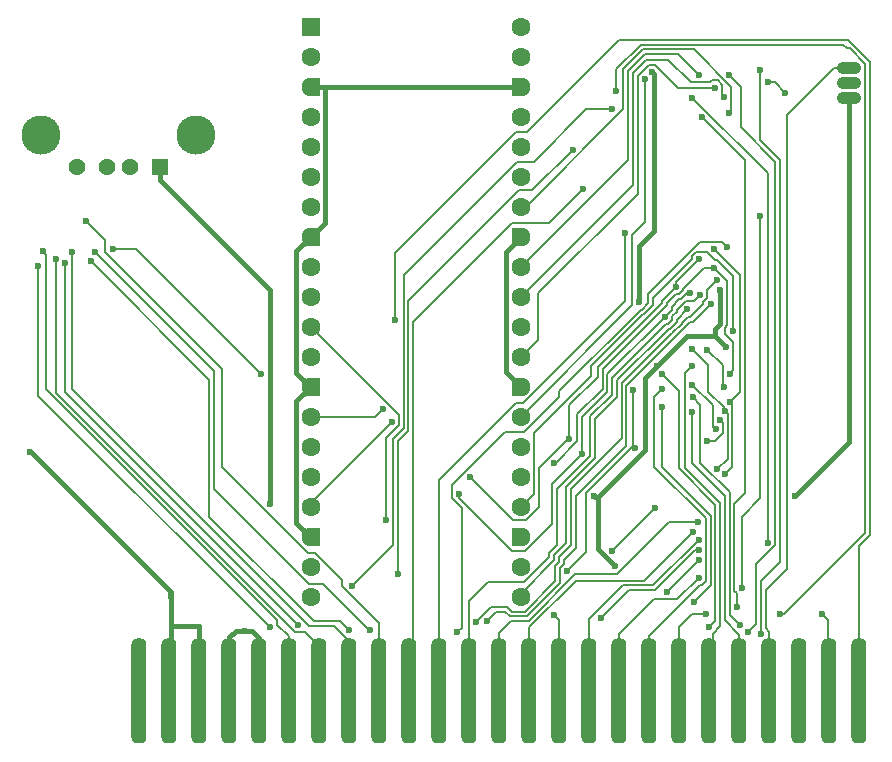
<source format=gbr>
%TF.GenerationSoftware,KiCad,Pcbnew,8.0.1*%
%TF.CreationDate,2024-04-22T15:40:42-03:00*%
%TF.ProjectId,pico-msxcart,7069636f-2d6d-4737-9863-6172742e6b69,rev?*%
%TF.SameCoordinates,Original*%
%TF.FileFunction,Copper,L2,Bot*%
%TF.FilePolarity,Positive*%
%FSLAX46Y46*%
G04 Gerber Fmt 4.6, Leading zero omitted, Abs format (unit mm)*
G04 Created by KiCad (PCBNEW 8.0.1) date 2024-04-22 15:40:42*
%MOMM*%
%LPD*%
G01*
G04 APERTURE LIST*
G04 Aperture macros list*
%AMRoundRect*
0 Rectangle with rounded corners*
0 $1 Rounding radius*
0 $2 $3 $4 $5 $6 $7 $8 $9 X,Y pos of 4 corners*
0 Add a 4 corners polygon primitive as box body*
4,1,4,$2,$3,$4,$5,$6,$7,$8,$9,$2,$3,0*
0 Add four circle primitives for the rounded corners*
1,1,$1+$1,$2,$3*
1,1,$1+$1,$4,$5*
1,1,$1+$1,$6,$7*
1,1,$1+$1,$8,$9*
0 Add four rect primitives between the rounded corners*
20,1,$1+$1,$2,$3,$4,$5,0*
20,1,$1+$1,$4,$5,$6,$7,0*
20,1,$1+$1,$6,$7,$8,$9,0*
20,1,$1+$1,$8,$9,$2,$3,0*%
%AMFreePoly0*
4,1,28,0.605014,0.794986,0.644504,0.794986,0.724698,0.756366,0.780194,0.686777,0.800000,0.600000,0.800000,-0.600000,0.780194,-0.686777,0.724698,-0.756366,0.644504,-0.794986,0.605014,-0.794986,0.600000,-0.800000,0.000000,-0.800000,-0.178017,-0.779942,-0.347107,-0.720775,-0.498792,-0.625465,-0.625465,-0.498792,-0.720775,-0.347107,-0.779942,-0.178017,-0.800000,0.000000,-0.779942,0.178017,
-0.720775,0.347107,-0.625465,0.498792,-0.498792,0.625465,-0.347107,0.720775,-0.178017,0.779942,0.000000,0.800000,0.600000,0.800000,0.605014,0.794986,0.605014,0.794986,$1*%
%AMFreePoly1*
4,1,28,0.178017,0.779942,0.347107,0.720775,0.498792,0.625465,0.625465,0.498792,0.720775,0.347107,0.779942,0.178017,0.800000,0.000000,0.779942,-0.178017,0.720775,-0.347107,0.625465,-0.498792,0.498792,-0.625465,0.347107,-0.720775,0.178017,-0.779942,0.000000,-0.800000,-0.600000,-0.800000,-0.605014,-0.794986,-0.644504,-0.794986,-0.724698,-0.756366,-0.780194,-0.686777,-0.800000,-0.600000,
-0.800000,0.600000,-0.780194,0.686777,-0.724698,0.756366,-0.644504,0.794986,-0.605014,0.794986,-0.600000,0.800000,0.000000,0.800000,0.178017,0.779942,0.178017,0.779942,$1*%
G04 Aperture macros list end*
%TA.AperFunction,SMDPad,CuDef*%
%ADD10RoundRect,0.444500X0.190500X-4.000500X0.190500X4.000500X-0.190500X4.000500X-0.190500X-4.000500X0*%
%TD*%
%TA.AperFunction,ComponentPad*%
%ADD11R,1.428000X1.428000*%
%TD*%
%TA.AperFunction,ComponentPad*%
%ADD12C,1.428000*%
%TD*%
%TA.AperFunction,ComponentPad*%
%ADD13C,3.316000*%
%TD*%
%TA.AperFunction,ComponentPad*%
%ADD14RoundRect,0.200000X-0.600000X-0.600000X0.600000X-0.600000X0.600000X0.600000X-0.600000X0.600000X0*%
%TD*%
%TA.AperFunction,ComponentPad*%
%ADD15C,1.600000*%
%TD*%
%TA.AperFunction,ComponentPad*%
%ADD16FreePoly0,0.000000*%
%TD*%
%TA.AperFunction,ComponentPad*%
%ADD17FreePoly1,0.000000*%
%TD*%
%TA.AperFunction,ComponentPad*%
%ADD18O,2.080000X1.040000*%
%TD*%
%TA.AperFunction,ViaPad*%
%ADD19C,0.600000*%
%TD*%
%TA.AperFunction,Conductor*%
%ADD20C,0.400000*%
%TD*%
%TA.AperFunction,Conductor*%
%ADD21C,0.200000*%
%TD*%
G04 APERTURE END LIST*
D10*
%TO.P,J1,1,~{CS1}*%
%TO.N,CS1*%
X176784000Y-123698000D03*
%TO.P,J1,3,~{CS12}*%
%TO.N,CS12*%
X174244000Y-123698000D03*
%TO.P,J1,5,RSV@1*%
%TO.N,Net-(J1-RSV@1)*%
X171704000Y-123698000D03*
%TO.P,J1,7,/WAIT*%
%TO.N,WAIT*%
X169164000Y-123698000D03*
%TO.P,J1,9,M1*%
%TO.N,M1*%
X166624000Y-123698000D03*
%TO.P,J1,11,~{IORQ}*%
%TO.N,IORQ*%
X164084000Y-123698000D03*
%TO.P,J1,13,~{WR}*%
%TO.N,WR*%
X161544000Y-123698000D03*
%TO.P,J1,15,~{RESET}*%
%TO.N,RESET*%
X159004000Y-123698000D03*
%TO.P,J1,17,A9*%
%TO.N,A9*%
X156464000Y-123698000D03*
%TO.P,J1,19,A11*%
%TO.N,A11*%
X153924000Y-123698000D03*
%TO.P,J1,21,A7*%
%TO.N,A7*%
X151384000Y-123698000D03*
%TO.P,J1,23,A12*%
%TO.N,A12*%
X148844000Y-123698000D03*
%TO.P,J1,25,A14*%
%TO.N,A14*%
X146304000Y-123698000D03*
%TO.P,J1,27,A1*%
%TO.N,A1*%
X143764000Y-123698000D03*
%TO.P,J1,29,A3*%
%TO.N,A3*%
X141224000Y-123698000D03*
%TO.P,J1,31,A5*%
%TO.N,A5*%
X138684000Y-123698000D03*
%TO.P,J1,33,D1*%
%TO.N,D1*%
X136144000Y-123698000D03*
%TO.P,J1,35,D3*%
%TO.N,D3*%
X133604000Y-123698000D03*
%TO.P,J1,37,D5*%
%TO.N,D5*%
X131064000Y-123698000D03*
%TO.P,J1,39,D7*%
%TO.N,D7*%
X128524000Y-123698000D03*
%TO.P,J1,41,GND@1*%
%TO.N,GND*%
X125984000Y-123698000D03*
%TO.P,J1,43,GND@2*%
X123444000Y-123698000D03*
%TO.P,J1,45,5V@1*%
%TO.N,VCC*%
X120904000Y-123698000D03*
%TO.P,J1,47,5V@2*%
X118364000Y-123698000D03*
%TO.P,J1,49,SOUNDIN*%
%TO.N,Net-(J1-SOUNDIN)*%
X115824000Y-123698000D03*
%TD*%
D11*
%TO.P,J2,01,VCC*%
%TO.N,VCC_4V7*%
X117580000Y-79316400D03*
D12*
%TO.P,J2,02,D-*%
%TO.N,unconnected-(J2-D--Pad02)*%
X115080000Y-79316400D03*
%TO.P,J2,03,D+*%
%TO.N,unconnected-(J2-D+-Pad03)*%
X113080000Y-79316400D03*
%TO.P,J2,04,GND*%
%TO.N,GND*%
X110580000Y-79316400D03*
D13*
%TO.P,J2,S1,SHIELD*%
%TO.N,unconnected-(J2-SHIELD-PadS1)_0*%
X120650000Y-76606400D03*
%TO.P,J2,S2,SHIELD*%
%TO.N,unconnected-(J2-SHIELD-PadS1)*%
X107510000Y-76606400D03*
%TD*%
D14*
%TO.P,U1,1,GPIO0*%
%TO.N,D0_3V3*%
X130352780Y-67462423D03*
D15*
%TO.P,U1,2,GPIO1*%
%TO.N,D1_3V3*%
X130352780Y-70002423D03*
D16*
%TO.P,U1,3,GND*%
%TO.N,GND*%
X130352780Y-72542423D03*
D15*
%TO.P,U1,4,GPIO2*%
%TO.N,D2_3V3*%
X130352780Y-75082423D03*
%TO.P,U1,5,GPIO3*%
%TO.N,D3_3V3*%
X130352780Y-77622423D03*
%TO.P,U1,6,GPIO4*%
%TO.N,D4_3V3*%
X130352780Y-80162423D03*
%TO.P,U1,7,GPIO5*%
%TO.N,D5_3V3*%
X130352780Y-82702423D03*
D16*
%TO.P,U1,8,GND*%
%TO.N,GND*%
X130352780Y-85242423D03*
D15*
%TO.P,U1,9,GPIO6*%
%TO.N,D6_3V3*%
X130352780Y-87782423D03*
%TO.P,U1,10,GPIO7*%
%TO.N,D7_3V3*%
X130352780Y-90322423D03*
%TO.P,U1,11,GPIO8*%
%TO.N,MP0_3V3*%
X130352780Y-92862423D03*
%TO.P,U1,12,GPIO9*%
%TO.N,MP1_3V3*%
X130352780Y-95402423D03*
D16*
%TO.P,U1,13,GND*%
%TO.N,GND*%
X130352780Y-97942423D03*
D15*
%TO.P,U1,14,GPIO10*%
%TO.N,MP2_3V3*%
X130352780Y-100482423D03*
%TO.P,U1,15,GPIO11*%
%TO.N,MP3_3V3*%
X130352780Y-103022423D03*
%TO.P,U1,16,GPIO12*%
%TO.N,MP4_3V3*%
X130352780Y-105562423D03*
%TO.P,U1,17,GPIO13*%
%TO.N,MP5_3V3*%
X130352780Y-108102423D03*
D16*
%TO.P,U1,18,GND*%
%TO.N,GND*%
X130352780Y-110642423D03*
D15*
%TO.P,U1,19,GPIO14*%
%TO.N,MP6_3V3*%
X130352780Y-113182423D03*
%TO.P,U1,20,GPIO15*%
%TO.N,MP7_3V3*%
X130352780Y-115722423D03*
%TO.P,U1,21,GPIO16*%
%TO.N,MSEL0_3V3*%
X148132780Y-115722423D03*
%TO.P,U1,22,GPIO17*%
%TO.N,MSEL1_3V3*%
X148132780Y-113182423D03*
D17*
%TO.P,U1,23,GND*%
%TO.N,GND*%
X148132780Y-110642423D03*
D15*
%TO.P,U1,24,GPIO18*%
%TO.N,MSEL2_3V3*%
X148132780Y-108102423D03*
%TO.P,U1,25,GPIO19*%
%TO.N,DATADIR*%
X148132780Y-105562423D03*
%TO.P,U1,26,GPIO20*%
%TO.N,BUSDIR3V3*%
X148132780Y-103022423D03*
%TO.P,U1,27,GPIO21*%
%TO.N,INT3V3*%
X148132780Y-100482423D03*
D17*
%TO.P,U1,28,GND*%
%TO.N,GND*%
X148132780Y-97942423D03*
D15*
%TO.P,U1,29,GPIO22*%
%TO.N,RD_3V3*%
X148132780Y-95402423D03*
%TO.P,U1,30,RUN*%
%TO.N,Net-(TP10-PROBE)*%
X148132780Y-92862423D03*
%TO.P,U1,31,GPIO26_ADC0*%
%TO.N,WR_3V3*%
X148132780Y-90322423D03*
%TO.P,U1,32,GPIO27_ADC1*%
%TO.N,SLTSL_3V3*%
X148132780Y-87782423D03*
D17*
%TO.P,U1,33,AGND*%
%TO.N,GND*%
X148132780Y-85242423D03*
D15*
%TO.P,U1,34,GPIO28_ADC2*%
%TO.N,CLOCK_3V3*%
X148132780Y-82702423D03*
%TO.P,U1,35,ADC_VREF*%
%TO.N,unconnected-(U1-ADC_VREF-Pad35)*%
X148132780Y-80162423D03*
%TO.P,U1,36,3V3*%
%TO.N,unconnected-(U1-3V3-Pad36)_0*%
X148132780Y-77622423D03*
%TO.P,U1,37,3V3_EN*%
%TO.N,unconnected-(U1-3V3_EN-Pad37)*%
X148132780Y-75082423D03*
D17*
%TO.P,U1,38,GND*%
%TO.N,GND*%
X148132780Y-72542423D03*
D15*
%TO.P,U1,39,VSYS*%
%TO.N,unconnected-(U1-VSYS-Pad39)*%
X148132780Y-70002423D03*
%TO.P,U1,40,VBUS*%
%TO.N,VCC_4V7*%
X148132780Y-67462423D03*
%TD*%
D18*
%TO.P,Q1,1*%
%TO.N,GND*%
X175964000Y-73434800D03*
%TO.P,Q1,2*%
%TO.N,Net-(Q1-Pad2)*%
X175964000Y-72164800D03*
%TO.P,Q1,3*%
%TO.N,WAIT*%
X175964000Y-70894800D03*
%TD*%
D19*
%TO.N,GND*%
X171359400Y-107191500D03*
X124764800Y-118567200D03*
%TO.N,BUSDIR*%
X167386000Y-118668800D03*
X165812200Y-71533000D03*
%TO.N,CLOCK_3V3*%
X165816200Y-74745200D03*
%TO.N,RD*%
X166430400Y-116576400D03*
X163469800Y-75096700D03*
%TO.N,SLTSL_3V3*%
X163195800Y-71513900D03*
%TO.N,INT*%
X168392700Y-71056800D03*
X168489600Y-118832000D03*
%TO.N,Net-(U6-B2)*%
X169096700Y-72145200D03*
X170554000Y-72998700D03*
%TO.N,RD_3V3*%
X164587600Y-72578400D03*
%TO.N,SLTSL*%
X169059800Y-111098300D03*
X162675900Y-73435500D03*
%TO.N,INT3V3*%
X158689800Y-71845000D03*
%TO.N,WR_3V3*%
X165361100Y-73352300D03*
%TO.N,VCC_3V3*%
X154309600Y-107173700D03*
X158190200Y-90735300D03*
X159227600Y-71248700D03*
X156095800Y-113076100D03*
X159664300Y-96123600D03*
X165018600Y-89726600D03*
X165543700Y-94569700D03*
%TO.N,WR*%
X156209000Y-72857000D03*
X170078400Y-117176400D03*
X163855400Y-117160600D03*
%TO.N,CLOCK*%
X133878100Y-114755100D03*
X155850300Y-74426200D03*
%TO.N,MP7_3V3*%
X157844300Y-103076700D03*
X157685900Y-98160100D03*
X165053800Y-100759700D03*
X152082100Y-113492100D03*
X163946800Y-102488700D03*
%TO.N,MP2_3V3*%
X136449900Y-99833400D03*
X163930400Y-94785600D03*
X165338700Y-97965900D03*
%TO.N,CS1*%
X137487300Y-92219900D03*
%TO.N,RFSH*%
X166680271Y-118068800D03*
X162698300Y-98776500D03*
%TO.N,MERQ*%
X164084000Y-118262400D03*
X160075400Y-96859400D03*
%TO.N,M1*%
X162666700Y-100012400D03*
%TO.N,MP1_3V3*%
X150977600Y-104356900D03*
X165831500Y-96826500D03*
X164526600Y-87830900D03*
%TO.N,MP5_3V3*%
X165837600Y-99202800D03*
X137220600Y-100910600D03*
X164498800Y-86244300D03*
X165461500Y-105328300D03*
%TO.N,RESET*%
X160080700Y-98126500D03*
%TO.N,MP6_3V3*%
X162667300Y-94725000D03*
X164753700Y-104902200D03*
X159548700Y-108136200D03*
X165443300Y-99958700D03*
X155859700Y-111803600D03*
%TO.N,CS2*%
X162680200Y-97720800D03*
X164638200Y-101478200D03*
%TO.N,MSEL2_3V3*%
X166073700Y-93184200D03*
%TO.N,CS12*%
X160077000Y-99627700D03*
X162819165Y-116118000D03*
X173644000Y-117119400D03*
%TO.N,IORQ*%
X162670100Y-96176500D03*
%TO.N,MP4_3V3*%
X153356100Y-103581700D03*
X160361700Y-91983600D03*
X162488900Y-89929800D03*
X142930800Y-106954700D03*
%TO.N,MP3_3V3*%
X163255600Y-87106800D03*
X161285400Y-89475100D03*
X152267500Y-102318900D03*
X143843400Y-105587600D03*
%TO.N,MP0_3V3*%
X136696300Y-109215600D03*
%TO.N,D5*%
X108827200Y-87051500D03*
%TO.N,D7*%
X107654900Y-86451200D03*
%TO.N,D2*%
X133604000Y-118516400D03*
X111748400Y-87304200D03*
%TO.N,D4*%
X109562000Y-87451200D03*
X129296085Y-118049115D03*
%TO.N,D6*%
X107311500Y-87716400D03*
X126931781Y-118264748D03*
%TO.N,D3*%
X110178200Y-86533000D03*
%TO.N,D0*%
X135382000Y-118516400D03*
X112077200Y-86461800D03*
%TO.N,D1*%
X111307200Y-83857200D03*
%TO.N,DATADIR*%
X126183800Y-96840700D03*
X113623500Y-86248900D03*
%TO.N,A14*%
X163182100Y-109324200D03*
%TO.N,A10*%
X163209400Y-111741000D03*
X154932465Y-117490800D03*
%TO.N,A8*%
X163213500Y-112588600D03*
X160528000Y-115314600D03*
%TO.N,A11*%
X163212600Y-110881000D03*
%TO.N,A9*%
X163212600Y-114068800D03*
%TO.N,A12*%
X162743800Y-110190400D03*
%TO.N,A7*%
X137718800Y-113741200D03*
X152541600Y-77831300D03*
X150946595Y-117198800D03*
%TO.N,A5*%
X153422600Y-81169300D03*
%TO.N,MSEL0_3V3*%
X162232400Y-91366200D03*
%TO.N,A0*%
X164720000Y-88900900D03*
X144364000Y-117805200D03*
%TO.N,A4*%
X164236500Y-90941900D03*
X145276945Y-117740785D03*
%TO.N,A3*%
X156967800Y-84901200D03*
%TO.N,A6*%
X166833800Y-114914600D03*
X168434000Y-83454900D03*
%TO.N,A1*%
X163326300Y-90119100D03*
%TO.N,A2*%
X165579300Y-86054900D03*
X142754532Y-118700732D03*
%TO.N,VCC*%
X118567200Y-115639000D03*
X106568000Y-103436700D03*
%TO.N,VCC_4V7*%
X126889000Y-107849100D03*
%TD*%
D20*
%TO.N,GND*%
X129137800Y-109427400D02*
X130352800Y-110642400D01*
X131554500Y-72542400D02*
X148132800Y-72542400D01*
X125984000Y-119176800D02*
X125374400Y-118567200D01*
X175964000Y-102586900D02*
X175964000Y-74356500D01*
X129143900Y-86451300D02*
X130352800Y-85242400D01*
X130352800Y-72542400D02*
X131554500Y-72542400D01*
X125984000Y-123698000D02*
X125984000Y-119176800D01*
X171359400Y-107191500D02*
X175964000Y-102586900D01*
X130352800Y-97942400D02*
X129143900Y-96733500D01*
X146876700Y-86498500D02*
X146876700Y-96686300D01*
X125374400Y-118567200D02*
X124002800Y-118567200D01*
X148132800Y-85242400D02*
X146876700Y-86498500D01*
X131554500Y-84040700D02*
X130352800Y-85242400D01*
X130352800Y-97942400D02*
X129137800Y-99157400D01*
X126216900Y-119409700D02*
X126216900Y-123465100D01*
X124002800Y-118567200D02*
X123444000Y-119126000D01*
X126216900Y-123465100D02*
X125984000Y-123698000D01*
X146876700Y-96686300D02*
X148132800Y-97942400D01*
X129143900Y-96733500D02*
X129143900Y-86451300D01*
X123444000Y-119126000D02*
X123444000Y-123698000D01*
X131554500Y-72542400D02*
X131554500Y-84040700D01*
X129137800Y-99157400D02*
X129137800Y-109427400D01*
X175964000Y-73434800D02*
X175964000Y-74356500D01*
X124764800Y-118567200D02*
X125374400Y-118567200D01*
D21*
%TO.N,BUSDIR*%
X167386000Y-118668800D02*
X168089600Y-117965200D01*
X169662800Y-111346200D02*
X169662800Y-78846400D01*
X166769900Y-75953500D02*
X166769900Y-72490700D01*
X166769900Y-72490700D02*
X165812200Y-71533000D01*
X169662800Y-78846400D02*
X166769900Y-75953500D01*
X168089600Y-112919400D02*
X169662800Y-111346200D01*
X168089600Y-117965200D02*
X168089600Y-112919400D01*
%TO.N,CLOCK_3V3*%
X165962900Y-74598500D02*
X165962900Y-72534800D01*
X148556500Y-82702400D02*
X148132800Y-82702400D01*
X165962900Y-72534800D02*
X162772500Y-69344400D01*
X156826200Y-70981800D02*
X156826200Y-74432700D01*
X165816200Y-74745200D02*
X165962900Y-74598500D01*
X162772500Y-69344400D02*
X158463600Y-69344400D01*
X158463600Y-69344400D02*
X156826200Y-70981800D01*
X156826200Y-74432700D02*
X148556500Y-82702400D01*
%TO.N,RD*%
X166446200Y-116560600D02*
X166446200Y-115375529D01*
X166233800Y-115163129D02*
X166233800Y-107802100D01*
X167099600Y-106936300D02*
X167099600Y-78726500D01*
X167099600Y-78726500D02*
X163469800Y-75096700D01*
X166430400Y-116576400D02*
X166446200Y-116560600D01*
X166446200Y-115375529D02*
X166233800Y-115163129D01*
X166233800Y-107802100D02*
X167099600Y-106936300D01*
%TO.N,SLTSL_3V3*%
X161452600Y-69770700D02*
X163195800Y-71513900D01*
X157227900Y-78687300D02*
X157227900Y-71191400D01*
X157227900Y-71191400D02*
X158648600Y-69770700D01*
X148132800Y-87782400D02*
X157227900Y-78687300D01*
X158648600Y-69770700D02*
X161452600Y-69770700D01*
%TO.N,INT*%
X170077200Y-112778500D02*
X170077200Y-78692700D01*
X168392700Y-77008200D02*
X168392700Y-71056800D01*
X168489600Y-114366100D02*
X170077200Y-112778500D01*
X168489600Y-118832000D02*
X168489600Y-114366100D01*
X170077200Y-78692700D02*
X168392700Y-77008200D01*
%TO.N,Net-(U6-B2)*%
X169700500Y-72145200D02*
X170554000Y-72998700D01*
X169096700Y-72145200D02*
X169700500Y-72145200D01*
%TO.N,RD_3V3*%
X161428200Y-72578400D02*
X164587600Y-72578400D01*
X149572600Y-90010400D02*
X158031400Y-81551600D01*
X149572600Y-93962600D02*
X149572600Y-90010400D01*
X158979900Y-70645600D02*
X159495400Y-70645600D01*
X158031400Y-71594100D02*
X158979900Y-70645600D01*
X148132800Y-95402400D02*
X149572600Y-93962600D01*
X158031400Y-81551600D02*
X158031400Y-71594100D01*
X159495400Y-70645600D02*
X161428200Y-72578400D01*
%TO.N,SLTSL*%
X169059800Y-111098300D02*
X169059800Y-79819400D01*
X169059800Y-79819400D02*
X162675900Y-73435500D01*
%TO.N,INT3V3*%
X157588400Y-91026800D02*
X157588400Y-85094700D01*
X148132800Y-100482400D02*
X157588400Y-91026800D01*
X158689800Y-83993300D02*
X158689800Y-71845000D01*
X157588400Y-85094700D02*
X158689800Y-83993300D01*
%TO.N,WR_3V3*%
X164836800Y-71976700D02*
X164338500Y-71976700D01*
X157629600Y-80825600D02*
X148132800Y-90322400D01*
X162530700Y-72122000D02*
X160633100Y-70224400D01*
X157629600Y-71364000D02*
X157629600Y-80825600D01*
X164193200Y-72122000D02*
X162530700Y-72122000D01*
X165189300Y-72329200D02*
X164836800Y-71976700D01*
X164338500Y-71976700D02*
X164193200Y-72122000D01*
X158769200Y-70224400D02*
X157629600Y-71364000D01*
X165361100Y-73352300D02*
X165189300Y-73180500D01*
X165189300Y-73180500D02*
X165189300Y-72329200D01*
X160633100Y-70224400D02*
X158769200Y-70224400D01*
D20*
%TO.N,VCC_3V3*%
X164567500Y-93593500D02*
X164567500Y-93021800D01*
X165018600Y-92570700D02*
X165018600Y-89726600D01*
X154667400Y-111647700D02*
X154667400Y-107262000D01*
X154667400Y-107262000D02*
X154397900Y-107262000D01*
X154397900Y-107262000D02*
X154309600Y-107173700D01*
X159664300Y-96123600D02*
X162194400Y-93593500D01*
X158190200Y-85953700D02*
X159419200Y-84724700D01*
X164567500Y-93593500D02*
X165543700Y-94569700D01*
X158630400Y-103299000D02*
X154667400Y-107262000D01*
X156095800Y-113076100D02*
X154667400Y-111647700D01*
X164567500Y-93021800D02*
X165018600Y-92570700D01*
X158190200Y-90735300D02*
X158190200Y-85953700D01*
X162194400Y-93593500D02*
X164567500Y-93593500D01*
X159419200Y-84724700D02*
X159419200Y-71440300D01*
X158630400Y-97157500D02*
X158630400Y-103299000D01*
X159664300Y-96123600D02*
X158630400Y-97157500D01*
X159419200Y-71440300D02*
X159227600Y-71248700D01*
D21*
%TO.N,WR*%
X161544000Y-119659400D02*
X161594800Y-119608600D01*
X175467700Y-68937000D02*
X175794000Y-69263300D01*
X161544000Y-126432600D02*
X161544000Y-123698000D01*
X161544000Y-123698000D02*
X161544000Y-119659400D01*
X162620400Y-117160600D02*
X161544000Y-118237000D01*
X158296500Y-68937000D02*
X175467700Y-68937000D01*
X156209000Y-72857000D02*
X156209000Y-71024500D01*
X161544000Y-118237000D02*
X161544000Y-123698000D01*
X177307100Y-110313400D02*
X170444100Y-117176400D01*
X176027400Y-69263300D02*
X177307100Y-70543000D01*
X156209000Y-71024500D02*
X158296500Y-68937000D01*
X175794000Y-69263300D02*
X176027400Y-69263300D01*
X177307100Y-70543000D02*
X177307100Y-110313400D01*
X163855400Y-117160600D02*
X162620400Y-117160600D01*
X170444100Y-117176400D02*
X170078400Y-117176400D01*
%TO.N,CLOCK*%
X137309800Y-102303900D02*
X138225400Y-101388300D01*
X137309800Y-111323400D02*
X137309800Y-102303900D01*
X138225400Y-88489100D02*
X147822100Y-78892400D01*
X138225400Y-101388300D02*
X138225400Y-88489100D01*
X149233000Y-78892400D02*
X153699200Y-74426200D01*
X147822100Y-78892400D02*
X149233000Y-78892400D01*
X133878100Y-114755100D02*
X137309800Y-111323400D01*
X153699200Y-74426200D02*
X155850300Y-74426200D01*
%TO.N,MP7_3V3*%
X157685400Y-102917800D02*
X157685400Y-98160600D01*
X165253100Y-101783000D02*
X165253100Y-100959000D01*
X164547400Y-102488700D02*
X165253100Y-101783000D01*
X153679900Y-111894300D02*
X152082100Y-113492100D01*
X157685400Y-102917800D02*
X153679900Y-106923300D01*
X157685400Y-98160600D02*
X157685900Y-98160100D01*
X163946800Y-102488700D02*
X164547400Y-102488700D01*
X165253100Y-100959000D02*
X165053800Y-100759700D01*
X157685400Y-102917800D02*
X157844300Y-103076700D01*
X153679900Y-106923300D02*
X153679900Y-111894300D01*
%TO.N,MP2_3V3*%
X135800900Y-100482400D02*
X136449900Y-99833400D01*
X165229700Y-97856900D02*
X165229700Y-96084900D01*
X130352800Y-100482400D02*
X135800900Y-100482400D01*
X165338700Y-97965900D02*
X165229700Y-97856900D01*
X165229700Y-96084900D02*
X163930400Y-94785600D01*
%TO.N,CS1*%
X177707100Y-70375000D02*
X175845500Y-68513400D01*
X175845500Y-68513400D02*
X156501800Y-68513400D01*
X176784000Y-111402186D02*
X177707100Y-110479086D01*
X177707100Y-110479086D02*
X177707100Y-70375000D01*
X176784000Y-123698000D02*
X176784000Y-111402186D01*
X137487300Y-86610900D02*
X137487300Y-92219900D01*
X147745800Y-76352400D02*
X137487300Y-86610900D01*
X156501800Y-68513400D02*
X148662800Y-76352400D01*
X148662800Y-76352400D02*
X147745800Y-76352400D01*
%TO.N,RFSH*%
X166680271Y-118068800D02*
X165825200Y-117213729D01*
X165825200Y-117213729D02*
X165825200Y-117163129D01*
X163337700Y-104337500D02*
X163337700Y-99415900D01*
X165825200Y-117163129D02*
X165830400Y-117157929D01*
X165830400Y-117157929D02*
X165830400Y-106830200D01*
X163337700Y-99415900D02*
X162698300Y-98776500D01*
X165830400Y-106830200D02*
X163337700Y-104337500D01*
%TO.N,MERQ*%
X161503900Y-104775700D02*
X161503900Y-98287900D01*
X161503900Y-98287900D02*
X160075400Y-96859400D01*
X164625200Y-107897000D02*
X161503900Y-104775700D01*
X164625200Y-117721200D02*
X164625200Y-107897000D01*
X164084000Y-118262400D02*
X164625200Y-117721200D01*
%TO.N,M1*%
X166624000Y-123698000D02*
X166624000Y-118897400D01*
X166624000Y-118897400D02*
X165425200Y-117698600D01*
X165425200Y-117698600D02*
X165425200Y-107134300D01*
X165425200Y-107134300D02*
X162666700Y-104375800D01*
X162666700Y-104375800D02*
X162666700Y-100012400D01*
%TO.N,MP1_3V3*%
X161534600Y-90076800D02*
X161887100Y-89724300D01*
X152942900Y-100245000D02*
X155075200Y-98112700D01*
X165441500Y-93402800D02*
X166145500Y-94106800D01*
X165628800Y-92714200D02*
X165441500Y-92901500D01*
X150977600Y-104356900D02*
X151104800Y-104356900D01*
X161887100Y-89724300D02*
X161887100Y-89606400D01*
X161285100Y-90076800D02*
X161534600Y-90076800D01*
X164526600Y-87830900D02*
X165628800Y-88933100D01*
X160529200Y-90965300D02*
X160529200Y-90832700D01*
X166145500Y-94106800D02*
X166145500Y-96512500D01*
X151104800Y-104356900D02*
X152942900Y-102518800D01*
X161887100Y-89606400D02*
X163662600Y-87830900D01*
X165441500Y-92901500D02*
X165441500Y-93402800D01*
X155075200Y-96419300D02*
X160529200Y-90965300D01*
X165628800Y-88933100D02*
X165628800Y-92714200D01*
X155075200Y-98112700D02*
X155075200Y-96419300D01*
X152942900Y-102518800D02*
X152942900Y-100245000D01*
X166145500Y-96512500D02*
X165831500Y-96826500D01*
X160529200Y-90832700D02*
X161285100Y-90076800D01*
X163662600Y-87830900D02*
X164526600Y-87830900D01*
%TO.N,MP5_3V3*%
X164498800Y-86244300D02*
X166697900Y-88443400D01*
X165837600Y-99202800D02*
X166063400Y-99428600D01*
X130352800Y-107778400D02*
X137220600Y-100910600D01*
X130352800Y-108102400D02*
X130352800Y-107778400D01*
X166697900Y-98342500D02*
X165837600Y-99202800D01*
X166063400Y-104726400D02*
X165461500Y-105328300D01*
X166697900Y-88443400D02*
X166697900Y-98342500D01*
X166063400Y-99428600D02*
X166063400Y-104726400D01*
%TO.N,RESET*%
X159462000Y-98745200D02*
X160080700Y-98126500D01*
X163359600Y-114668800D02*
X163461129Y-114668800D01*
X163815200Y-109061000D02*
X159462000Y-104707800D01*
X163461129Y-114668800D02*
X163815200Y-114314729D01*
X159004000Y-119024400D02*
X163359600Y-114668800D01*
X159004000Y-123698000D02*
X159004000Y-119024400D01*
X159462000Y-104707800D02*
X159462000Y-98745200D01*
X163815200Y-114314729D02*
X163815200Y-109061000D01*
%TO.N,MP6_3V3*%
X165656300Y-100171700D02*
X165443300Y-99958700D01*
X164009600Y-98312000D02*
X165443300Y-99745700D01*
X164009600Y-96067300D02*
X164009600Y-98312000D01*
X159548700Y-108136200D02*
X159527100Y-108136200D01*
X165656300Y-103999600D02*
X165656300Y-100171700D01*
X162667300Y-94725000D02*
X164009600Y-96067300D01*
X164753700Y-104902200D02*
X165656300Y-103999600D01*
X159527100Y-108136200D02*
X155859700Y-111803600D01*
X165443300Y-99745700D02*
X165443300Y-99958700D01*
%TO.N,CS2*%
X164451300Y-99491900D02*
X164451300Y-101291300D01*
X164451300Y-101291300D02*
X164638200Y-101478200D01*
X162680200Y-97720800D02*
X164451300Y-99491900D01*
%TO.N,MSEL2_3V3*%
X158472300Y-91779500D02*
X158565100Y-91779500D01*
X166073700Y-88521700D02*
X166073700Y-93184200D01*
X148132800Y-108102400D02*
X149262200Y-106973000D01*
X154074400Y-96971700D02*
X154074400Y-96177400D01*
X159324100Y-90400500D02*
X162653900Y-87070700D01*
X159324100Y-91020500D02*
X159324100Y-90400500D01*
X163006500Y-86505100D02*
X163908800Y-86505100D01*
X162653900Y-86857700D02*
X163006500Y-86505100D01*
X162653900Y-87070700D02*
X162653900Y-86857700D01*
X164587900Y-87184200D02*
X164736200Y-87184200D01*
X158565100Y-91779500D02*
X159324100Y-91020500D01*
X163908800Y-86505100D02*
X164587900Y-87184200D01*
X149262200Y-106973000D02*
X149262200Y-101783900D01*
X164736200Y-87184200D02*
X166073700Y-88521700D01*
X154074400Y-96177400D02*
X158472300Y-91779500D01*
X149262200Y-101783900D02*
X154074400Y-96971700D01*
%TO.N,CS12*%
X173644000Y-117119400D02*
X174193200Y-117668600D01*
X164220600Y-108832700D02*
X160077000Y-104689100D01*
X174193200Y-117668600D02*
X174193200Y-120912600D01*
X160077000Y-104689100D02*
X160077000Y-99627700D01*
X174244000Y-120963400D02*
X174244000Y-123698000D01*
X164220600Y-114716565D02*
X164220600Y-108832700D01*
X162819165Y-116118000D02*
X164220600Y-114716565D01*
X174193200Y-120912600D02*
X174244000Y-120963400D01*
%TO.N,IORQ*%
X162065000Y-96781600D02*
X162670100Y-96176500D01*
X165025200Y-107728900D02*
X162065000Y-104768700D01*
X164388800Y-123393200D02*
X164388800Y-118806129D01*
X165025200Y-118169729D02*
X165025200Y-107728900D01*
X164388800Y-118806129D02*
X165025200Y-118169729D01*
X162065000Y-104768700D02*
X162065000Y-96781600D01*
X164084000Y-123698000D02*
X164388800Y-123393200D01*
%TO.N,MP4_3V3*%
X161700900Y-90478500D02*
X161582100Y-90478500D01*
X160930900Y-91129700D02*
X160930900Y-91414400D01*
X160930900Y-91414400D02*
X160361700Y-91983600D01*
X147373000Y-111801700D02*
X142930800Y-107359500D01*
X155476900Y-96868400D02*
X155476900Y-98334600D01*
X162476700Y-89917600D02*
X162261800Y-89917600D01*
X148534300Y-111801700D02*
X147373000Y-111801700D01*
X160361700Y-91983600D02*
X155476900Y-96868400D01*
X155476900Y-98334600D02*
X153356100Y-100455400D01*
X150828000Y-106109800D02*
X150828000Y-109508000D01*
X161582100Y-90478500D02*
X160930900Y-91129700D01*
X150828000Y-109508000D02*
X148534300Y-111801700D01*
X162488900Y-89929800D02*
X162476700Y-89917600D01*
X153356100Y-103581700D02*
X150828000Y-106109800D01*
X162261800Y-89917600D02*
X161700900Y-90478500D01*
X142930800Y-107359500D02*
X142930800Y-106954700D01*
X153356100Y-100455400D02*
X153356100Y-103581700D01*
%TO.N,MP3_3V3*%
X149714100Y-104767200D02*
X149714100Y-108128100D01*
X160126000Y-90786600D02*
X160126000Y-90634500D01*
X152267500Y-99455300D02*
X154673500Y-97049300D01*
X160126000Y-90634500D02*
X161285400Y-89475100D01*
X148611700Y-109230500D02*
X147486300Y-109230500D01*
X147486300Y-109230500D02*
X143843400Y-105587600D01*
X154673500Y-97049300D02*
X154673500Y-96239100D01*
X152267500Y-102318900D02*
X152162400Y-102318900D01*
X161285400Y-89475100D02*
X161285400Y-89077000D01*
X154673500Y-96239100D02*
X160126000Y-90786600D01*
X161285400Y-89077000D02*
X163255600Y-87106800D01*
X152162400Y-102318900D02*
X149714100Y-104767200D01*
X149714100Y-108128100D02*
X148611700Y-109230500D01*
X152267500Y-102318900D02*
X152267500Y-99455300D01*
%TO.N,MP0_3V3*%
X137822400Y-101161300D02*
X136696300Y-102287400D01*
X137822400Y-100332000D02*
X137822400Y-101161300D01*
X130352800Y-92862400D02*
X137822400Y-100332000D01*
X136696300Y-102287400D02*
X136696300Y-109215600D01*
%TO.N,D5*%
X108827200Y-98428759D02*
X129047556Y-118649115D01*
X129875915Y-118649115D02*
X131064000Y-119837200D01*
X129047556Y-118649115D02*
X129875915Y-118649115D01*
X108827200Y-87051500D02*
X108827200Y-98428759D01*
X131064000Y-119837200D02*
X131064000Y-123698000D01*
%TO.N,D7*%
X127531781Y-117698881D02*
X127531781Y-118046800D01*
X107921800Y-86718100D02*
X107921800Y-98088900D01*
X127531781Y-118046800D02*
X128524000Y-119039019D01*
X128524000Y-119039019D02*
X128524000Y-123698000D01*
X107921800Y-98088900D02*
X127531781Y-117698881D01*
X107654900Y-86451200D02*
X107921800Y-86718100D01*
%TO.N,D2*%
X121761800Y-108909400D02*
X121761800Y-97317600D01*
X121761800Y-97317600D02*
X111748400Y-87304200D01*
X130606800Y-117754400D02*
X121761800Y-108909400D01*
X133604000Y-118516400D02*
X132842000Y-117754400D01*
X132842000Y-117754400D02*
X130606800Y-117754400D01*
%TO.N,D4*%
X129296085Y-118049115D02*
X129275915Y-118049115D01*
X129275915Y-118049115D02*
X109562000Y-98335200D01*
X109562000Y-98335200D02*
X109562000Y-87451200D01*
%TO.N,D6*%
X107311500Y-98675500D02*
X107311500Y-87716400D01*
X126900748Y-118264748D02*
X107311500Y-98675500D01*
X126931781Y-118264748D02*
X126900748Y-118264748D01*
%TO.N,D3*%
X132334000Y-118160800D02*
X133604000Y-119430800D01*
X133604000Y-119430800D02*
X133604000Y-123698000D01*
X130256300Y-118160800D02*
X132334000Y-118160800D01*
X110178200Y-86533000D02*
X110178200Y-98082700D01*
X110178200Y-98082700D02*
X130256300Y-118160800D01*
%TO.N,D0*%
X122183800Y-106595300D02*
X122183800Y-96568400D01*
X122183800Y-96568400D02*
X112077200Y-86461800D01*
X130186400Y-114597900D02*
X122183800Y-106595300D01*
X135331200Y-118516400D02*
X131412700Y-114597900D01*
X135382000Y-118516400D02*
X135331200Y-118516400D01*
X131412700Y-114597900D02*
X130186400Y-114597900D01*
%TO.N,D1*%
X136144000Y-123698000D02*
X136144000Y-117871900D01*
X112939100Y-86478200D02*
X112939100Y-85489100D01*
X133029900Y-114301300D02*
X130709400Y-111980800D01*
X122888100Y-96427200D02*
X112939100Y-86478200D01*
X122888100Y-104737800D02*
X122888100Y-96427200D01*
X133029900Y-114757800D02*
X133029900Y-114301300D01*
X136144000Y-117871900D02*
X133029900Y-114757800D01*
X130709400Y-111980800D02*
X130131100Y-111980800D01*
X112939100Y-85489100D02*
X111307200Y-83857200D01*
X130131100Y-111980800D02*
X122888100Y-104737800D01*
%TO.N,DATADIR*%
X115592000Y-86248900D02*
X113623500Y-86248900D01*
X126183800Y-96840700D02*
X115592000Y-86248900D01*
%TO.N,A14*%
X146304000Y-123698000D02*
X146304000Y-118770400D01*
X147332800Y-117741600D02*
X148804072Y-117741600D01*
X152753672Y-113792000D02*
X156251600Y-113792000D01*
X148804072Y-117741600D02*
X152753672Y-113792000D01*
X156251600Y-113792000D02*
X160719400Y-109324200D01*
X146304000Y-118770400D02*
X147332800Y-117741600D01*
X160719400Y-109324200D02*
X163182100Y-109324200D01*
%TO.N,A10*%
X159544286Y-115115000D02*
X162918286Y-111741000D01*
X162918286Y-111741000D02*
X163209400Y-111741000D01*
X154932465Y-117490800D02*
X157308265Y-115115000D01*
X157308265Y-115115000D02*
X159544286Y-115115000D01*
%TO.N,A8*%
X160528000Y-115274100D02*
X163213500Y-112588600D01*
X160528000Y-115314600D02*
X160528000Y-115274100D01*
%TO.N,A11*%
X153924000Y-117551200D02*
X156760200Y-114715000D01*
X159378600Y-114715000D02*
X163212600Y-110881000D01*
X153924000Y-123698000D02*
X153924000Y-117551200D01*
X156760200Y-114715000D02*
X159378600Y-114715000D01*
%TO.N,A9*%
X156464000Y-118872000D02*
X159421400Y-115914600D01*
X156464000Y-123698000D02*
X156464000Y-118872000D01*
X161366800Y-115914600D02*
X163212600Y-114068800D01*
X159421400Y-115914600D02*
X161366800Y-115914600D01*
%TO.N,A12*%
X152796358Y-114315000D02*
X158619300Y-114315000D01*
X148844000Y-118267358D02*
X152796358Y-114315000D01*
X148844000Y-123698000D02*
X148844000Y-118267358D01*
X158619300Y-114314900D02*
X162743800Y-110190400D01*
X158619300Y-114315000D02*
X158619300Y-114314900D01*
%TO.N,A7*%
X137718800Y-113741200D02*
X137723200Y-113736800D01*
X137723200Y-113745600D02*
X137718800Y-113741200D01*
X137723200Y-102520600D02*
X138627300Y-101616500D01*
X148004200Y-81264100D02*
X149108800Y-81264100D01*
X149108800Y-81264100D02*
X152541600Y-77831300D01*
X151384000Y-123698000D02*
X151587200Y-123494800D01*
X137723200Y-113736800D02*
X137723200Y-102520600D01*
X150946595Y-117198800D02*
X151384000Y-117636205D01*
X151384000Y-119888000D02*
X151434800Y-119837200D01*
X151384000Y-117636205D02*
X151384000Y-123698000D01*
X138627300Y-101616500D02*
X138627300Y-90641000D01*
X138627300Y-90641000D02*
X148004200Y-81264100D01*
X151384000Y-123698000D02*
X151384000Y-126432600D01*
X151384000Y-123698000D02*
X151384000Y-119888000D01*
%TO.N,A5*%
X150555000Y-84036900D02*
X153422600Y-81169300D01*
X139029000Y-92392400D02*
X147384400Y-84037000D01*
X150555000Y-84037000D02*
X150555000Y-84036900D01*
X147384400Y-84037000D02*
X150555000Y-84037000D01*
X138684000Y-123698000D02*
X139029000Y-123353000D01*
X139029000Y-123353000D02*
X139029000Y-92392400D01*
%TO.N,MSEL0_3V3*%
X148132800Y-115454600D02*
X148132800Y-115722400D01*
X154442000Y-100656600D02*
X154442000Y-103914900D01*
X151485500Y-111645100D02*
X151485500Y-111680000D01*
X161365100Y-92399100D02*
X160777200Y-92987000D01*
X151991800Y-111138800D02*
X151485500Y-111645100D01*
X151485500Y-111680000D02*
X150972900Y-112192600D01*
X154442000Y-103914900D02*
X151991800Y-106365100D01*
X156280300Y-98818300D02*
X154442000Y-100656600D01*
X160777200Y-92987000D02*
X160673100Y-92987000D01*
X161365100Y-92233500D02*
X161365100Y-92399100D01*
X162232400Y-91366200D02*
X161365100Y-92233500D01*
X156280300Y-97379800D02*
X156280300Y-98818300D01*
X150972900Y-112614500D02*
X148132800Y-115454600D01*
X150972900Y-112192600D02*
X150972900Y-112614500D01*
X160673100Y-92987000D02*
X156280300Y-97379800D01*
X151991800Y-106365100D02*
X151991800Y-111138800D01*
%TO.N,A0*%
X156682000Y-97630100D02*
X160923400Y-93388700D01*
X151374600Y-112780800D02*
X151374600Y-112358900D01*
X163928000Y-89692900D02*
X164720000Y-88900900D01*
X161766800Y-92545300D02*
X162344200Y-91967900D01*
X148472700Y-116941600D02*
X151078700Y-114335600D01*
X160923400Y-93388700D02*
X160943500Y-93388700D01*
X163555100Y-90922700D02*
X163555100Y-90741100D01*
X147015200Y-116586000D02*
X147370800Y-116941600D01*
X163555100Y-90741100D02*
X163555200Y-90741100D01*
X161766800Y-92565400D02*
X161766800Y-92545300D01*
X151078700Y-114335600D02*
X151078700Y-113076700D01*
X163928000Y-90368300D02*
X163928000Y-89692900D01*
X145583200Y-116586000D02*
X147015200Y-116586000D01*
X152393500Y-106531400D02*
X156682000Y-102242900D01*
X152393500Y-111340000D02*
X152393500Y-106531400D01*
X160943500Y-93388700D02*
X161766800Y-92565400D01*
X163555200Y-90741100D02*
X163928000Y-90368300D01*
X144364000Y-117805200D02*
X145583200Y-116586000D01*
X156682000Y-102242900D02*
X156682000Y-97630100D01*
X147370800Y-116941600D02*
X148472700Y-116941600D01*
X151374600Y-112358900D02*
X152393500Y-111340000D01*
X151078700Y-113076700D02*
X151374600Y-112780800D01*
X162344200Y-91967900D02*
X162509900Y-91967900D01*
X162509900Y-91967900D02*
X163555100Y-90922700D01*
%TO.N,A4*%
X157083700Y-97816500D02*
X162481300Y-92418900D01*
X162481300Y-92418800D02*
X162759600Y-92418800D01*
X151480400Y-113243000D02*
X151776300Y-112947100D01*
X145276945Y-117740785D02*
X146031730Y-116986000D01*
X148638386Y-117341600D02*
X151480400Y-114499586D01*
X162481300Y-92418900D02*
X162481300Y-92418800D01*
X151776300Y-112947100D02*
X151776300Y-112605200D01*
X157083700Y-102909700D02*
X157083700Y-97816500D01*
X146031730Y-116986000D02*
X146849514Y-116986000D01*
X152858000Y-107135400D02*
X157083700Y-102909700D01*
X152858000Y-111523500D02*
X152858000Y-107135400D01*
X151776300Y-112605200D02*
X152858000Y-111523500D01*
X151480400Y-114499586D02*
X151480400Y-113243000D01*
X146849514Y-116986000D02*
X147205115Y-117341600D01*
X147205115Y-117341600D02*
X148638386Y-117341600D01*
X162759600Y-92418800D02*
X164236500Y-90941900D01*
%TO.N,A3*%
X148352100Y-99280800D02*
X156967800Y-90665100D01*
X147774700Y-99280800D02*
X148352100Y-99280800D01*
X156967800Y-90665100D02*
X156967800Y-84901200D01*
X141224000Y-105831500D02*
X147774700Y-99280800D01*
X141224000Y-123698000D02*
X141224000Y-105831500D01*
%TO.N,A6*%
X166833800Y-108934100D02*
X168434000Y-107333900D01*
X166833800Y-114914600D02*
X166833800Y-108934100D01*
X168434000Y-107333900D02*
X168434000Y-83454900D01*
%TO.N,A1*%
X155878600Y-98586700D02*
X154040300Y-100425000D01*
X160610900Y-92585300D02*
X160474800Y-92585300D01*
X160963400Y-91960700D02*
X160963400Y-92232800D01*
X154040300Y-103748600D02*
X151229700Y-106559200D01*
X160474800Y-92585300D02*
X155878600Y-97181500D01*
X145338800Y-114452400D02*
X143764000Y-116027200D01*
X154040300Y-100425000D02*
X154040300Y-103748600D01*
X161332600Y-91591500D02*
X160963400Y-91960700D01*
X151229700Y-106559200D02*
X151229700Y-111332900D01*
X161332600Y-91414800D02*
X161332600Y-91591500D01*
X163326300Y-90119100D02*
X162832400Y-90613000D01*
X162134400Y-90613000D02*
X161332600Y-91414800D01*
X160963400Y-92232800D02*
X160610900Y-92585300D01*
X155878600Y-97181500D02*
X155878600Y-98586700D01*
X143764000Y-116027200D02*
X143764000Y-123698000D01*
X150571200Y-112303300D02*
X148422100Y-114452400D01*
X162832400Y-90613000D02*
X162134400Y-90613000D01*
X150571200Y-111991400D02*
X150571200Y-112303300D01*
X151229700Y-111332900D02*
X150571200Y-111991400D01*
X148422100Y-114452400D02*
X145338800Y-114452400D01*
%TO.N,A2*%
X143154400Y-118300864D02*
X143154400Y-108148786D01*
X158398800Y-91377800D02*
X158922400Y-90854200D01*
X151392000Y-98291700D02*
X158305900Y-91377800D01*
X158922400Y-90021200D02*
X163301000Y-85642600D01*
X165167000Y-85642600D02*
X165579300Y-86054900D01*
X142330800Y-107325186D02*
X142330800Y-106249400D01*
X158305900Y-91377800D02*
X158398800Y-91377800D01*
X142754532Y-118700732D02*
X143154400Y-118300864D01*
X163301000Y-85642600D02*
X165167000Y-85642600D01*
X148440700Y-101752400D02*
X151392000Y-98801100D01*
X142330800Y-106249400D02*
X146827800Y-101752400D01*
X146827800Y-101752400D02*
X148440700Y-101752400D01*
X158922400Y-90854200D02*
X158922400Y-90021200D01*
X143154400Y-108148786D02*
X142330800Y-107325186D01*
X151392000Y-98801100D02*
X151392000Y-98291700D01*
D20*
%TO.N,VCC*%
X118567200Y-115307700D02*
X106696200Y-103436700D01*
X120904000Y-118160800D02*
X118668800Y-118160800D01*
X118668800Y-118160800D02*
X118567200Y-118059200D01*
X118567200Y-118059200D02*
X118567200Y-115639000D01*
X118567200Y-123698000D02*
X118364000Y-123698000D01*
X120904000Y-123698000D02*
X120904000Y-118160800D01*
X118567200Y-115639000D02*
X118567200Y-115307700D01*
X106696200Y-103436700D02*
X106568000Y-103436700D01*
X118567200Y-123698000D02*
X118567200Y-118059200D01*
%TO.N,VCC_4V7*%
X117580000Y-80432100D02*
X126889000Y-89741100D01*
X126889000Y-89741100D02*
X126889000Y-107849100D01*
X117580000Y-79316400D02*
X117580000Y-80432100D01*
D21*
%TO.N,WAIT*%
X174622300Y-70894800D02*
X175964000Y-70894800D01*
X169164000Y-118643400D02*
X168889600Y-118369000D01*
X169164000Y-123698000D02*
X169164000Y-118643400D01*
X168889600Y-115100000D02*
X170643900Y-113345700D01*
X170643900Y-74873200D02*
X174622300Y-70894800D01*
X170643900Y-113345700D02*
X170643900Y-74873200D01*
X168889600Y-118369000D02*
X168889600Y-115100000D01*
%TD*%
M02*

</source>
